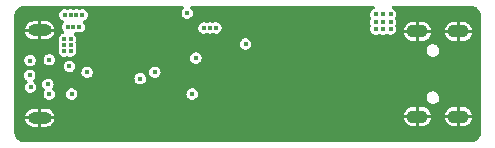
<source format=gbr>
%TF.GenerationSoftware,KiCad,Pcbnew,(6.0.0-rc1-461-ge5d6ec836f)*%
%TF.CreationDate,2022-01-23T00:53:45+08:00*%
%TF.ProjectId,usb_adapter,7573625f-6164-4617-9074-65722e6b6963,rev?*%
%TF.SameCoordinates,Original*%
%TF.FileFunction,Copper,L2,Inr*%
%TF.FilePolarity,Positive*%
%FSLAX46Y46*%
G04 Gerber Fmt 4.6, Leading zero omitted, Abs format (unit mm)*
G04 Created by KiCad (PCBNEW (6.0.0-rc1-461-ge5d6ec836f)) date 2022-01-23 00:53:45*
%MOMM*%
%LPD*%
G01*
G04 APERTURE LIST*
%TA.AperFunction,ComponentPad*%
%ADD10O,2.000000X1.000000*%
%TD*%
%TA.AperFunction,ComponentPad*%
%ADD11O,1.800000X1.100000*%
%TD*%
%TA.AperFunction,ViaPad*%
%ADD12C,0.450000*%
%TD*%
G04 APERTURE END LIST*
D10*
%TO.N,GND*%
%TO.C,P1*%
X101395000Y-88800000D03*
X101395000Y-96200000D03*
%TD*%
D11*
%TO.N,GND*%
%TO.C,J2*%
X136840000Y-88905000D03*
X133370000Y-88905000D03*
X136840000Y-96105000D03*
X133370000Y-96105000D03*
%TD*%
D12*
%TO.N,/VBUS*%
X116300000Y-88600000D03*
X129850000Y-88100000D03*
X103500000Y-87500000D03*
X115300000Y-88600000D03*
X131100000Y-88700000D03*
X130450000Y-88700000D03*
X131100000Y-87450000D03*
X129850000Y-88700000D03*
X104250000Y-88500000D03*
X104750000Y-88500000D03*
X129850000Y-87450000D03*
X115800000Y-88600000D03*
X103750000Y-88500000D03*
X131100000Y-88100000D03*
X105000000Y-87500000D03*
X130450000Y-87450000D03*
X130450000Y-88100000D03*
X104000000Y-87500000D03*
X104500000Y-87500000D03*
%TO.N,GND*%
X132950000Y-87500000D03*
X133550000Y-87500000D03*
X109000000Y-90112500D03*
X107500000Y-93400000D03*
X121750000Y-89750000D03*
X114500000Y-93500000D03*
X132350000Y-87500000D03*
X113900000Y-93500000D03*
X112750000Y-90050000D03*
X138100000Y-90100000D03*
X126300000Y-90100000D03*
X113300000Y-92900000D03*
X108100000Y-92300000D03*
X123250000Y-91250000D03*
X106900000Y-93400000D03*
X135800000Y-90100000D03*
X113900000Y-92900000D03*
X108700000Y-92300000D03*
X108100000Y-93400000D03*
X122500000Y-89750000D03*
X114500000Y-92900000D03*
X108700000Y-93400000D03*
X137350000Y-90900000D03*
X123250000Y-89750000D03*
X136550000Y-90100000D03*
X106900000Y-92300000D03*
X135800000Y-90900000D03*
X113300000Y-93500000D03*
X133550000Y-90300000D03*
X124000000Y-89750000D03*
X112700000Y-92900000D03*
X132350000Y-90300000D03*
X121750000Y-91250000D03*
X122500000Y-91250000D03*
X132950000Y-90300000D03*
X138100000Y-90900000D03*
X137350000Y-90100000D03*
X136550000Y-90900000D03*
X112700000Y-93500000D03*
X124000000Y-91250000D03*
X107500000Y-92300000D03*
%TO.N,+1V8*%
X105400000Y-92350000D03*
%TO.N,+3V3*%
X111137500Y-92350000D03*
%TO.N,/TX_1V8*%
X109900000Y-92900000D03*
%TO.N,/RX_1V8*%
X100550000Y-92630000D03*
X103900000Y-91850000D03*
%TO.N,/TX_3V3*%
X114620000Y-91150000D03*
%TO.N,/RX_3V3*%
X113880000Y-87340000D03*
%TO.N,/CC*%
X104100000Y-94200000D03*
X114300000Y-94200000D03*
X102090000Y-93370000D03*
X118825000Y-89960000D03*
%TO.N,Net-(JP1-Pad1)*%
X102200000Y-94200000D03*
X104000000Y-90575000D03*
X102200000Y-91300000D03*
X104000000Y-89550000D03*
X100570000Y-91370000D03*
X103475000Y-89550000D03*
X103475000Y-90075000D03*
X104000000Y-90075000D03*
X103475000Y-90575000D03*
X100620000Y-93620000D03*
%TD*%
%TA.AperFunction,Conductor*%
%TO.N,GND*%
G36*
X113548734Y-86774002D02*
G01*
X113595227Y-86827658D01*
X113605331Y-86897932D01*
X113575837Y-86962512D01*
X113569209Y-86969082D01*
X113566031Y-86971087D01*
X113475109Y-87074036D01*
X113471295Y-87082159D01*
X113471294Y-87082161D01*
X113446509Y-87134951D01*
X113416736Y-87198366D01*
X113412230Y-87227308D01*
X113396986Y-87325209D01*
X113396986Y-87325213D01*
X113395605Y-87334082D01*
X113396769Y-87342984D01*
X113396769Y-87342987D01*
X113398270Y-87354462D01*
X113413414Y-87470273D01*
X113468732Y-87595992D01*
X113474510Y-87602865D01*
X113474510Y-87602866D01*
X113511846Y-87647283D01*
X113557111Y-87701132D01*
X113671447Y-87777240D01*
X113802549Y-87818199D01*
X113939876Y-87820716D01*
X113949109Y-87818199D01*
X114063727Y-87786951D01*
X114072391Y-87784589D01*
X114189439Y-87712721D01*
X114256682Y-87638432D01*
X114275584Y-87617550D01*
X114275585Y-87617549D01*
X114281612Y-87610890D01*
X114292464Y-87588493D01*
X114337585Y-87495362D01*
X114337585Y-87495361D01*
X114341499Y-87487283D01*
X114364286Y-87351836D01*
X114364431Y-87340000D01*
X114363584Y-87334082D01*
X114346232Y-87212923D01*
X114346232Y-87212921D01*
X114344959Y-87204036D01*
X114288110Y-87079003D01*
X114198453Y-86974951D01*
X114195151Y-86972811D01*
X114158331Y-86915096D01*
X114158566Y-86844100D01*
X114197148Y-86784502D01*
X114261827Y-86755224D01*
X114279344Y-86754000D01*
X129640821Y-86754000D01*
X129708942Y-86774002D01*
X129755435Y-86827658D01*
X129765539Y-86897932D01*
X129736045Y-86962512D01*
X129675445Y-87001149D01*
X129660822Y-87005328D01*
X129660819Y-87005329D01*
X129652192Y-87007795D01*
X129644605Y-87012582D01*
X129644603Y-87012583D01*
X129593568Y-87044784D01*
X129536031Y-87081087D01*
X129445109Y-87184036D01*
X129441295Y-87192159D01*
X129441294Y-87192161D01*
X129425223Y-87226392D01*
X129386736Y-87308366D01*
X129379221Y-87356633D01*
X129366986Y-87435209D01*
X129366986Y-87435213D01*
X129365605Y-87444082D01*
X129366769Y-87452984D01*
X129366769Y-87452987D01*
X129372917Y-87500000D01*
X129383414Y-87580273D01*
X129396886Y-87610890D01*
X129409032Y-87638493D01*
X129438732Y-87705992D01*
X129442175Y-87710088D01*
X129460703Y-87776732D01*
X129443363Y-87833216D01*
X129445109Y-87834036D01*
X129386736Y-87958366D01*
X129383648Y-87978199D01*
X129366986Y-88085209D01*
X129366986Y-88085213D01*
X129365605Y-88094082D01*
X129366769Y-88102984D01*
X129366769Y-88102987D01*
X129369126Y-88121009D01*
X129383414Y-88230273D01*
X129436471Y-88350854D01*
X129445599Y-88421260D01*
X129435197Y-88455147D01*
X129386736Y-88558366D01*
X129380254Y-88600000D01*
X129366986Y-88685209D01*
X129366986Y-88685213D01*
X129365605Y-88694082D01*
X129366769Y-88702984D01*
X129366769Y-88702987D01*
X129371404Y-88738432D01*
X129383414Y-88830273D01*
X129411073Y-88893133D01*
X129433715Y-88944589D01*
X129438732Y-88955992D01*
X129444510Y-88962865D01*
X129444510Y-88962866D01*
X129507553Y-89037865D01*
X129527111Y-89061132D01*
X129641447Y-89137240D01*
X129772549Y-89178199D01*
X129909876Y-89180716D01*
X129919109Y-89178199D01*
X130033727Y-89146951D01*
X130042391Y-89144589D01*
X130054360Y-89137240D01*
X130083011Y-89119649D01*
X130151528Y-89101051D01*
X130218757Y-89122136D01*
X130241447Y-89137240D01*
X130372549Y-89178199D01*
X130509876Y-89180716D01*
X130519109Y-89178199D01*
X130633727Y-89146951D01*
X130642391Y-89144589D01*
X130709019Y-89103679D01*
X130777536Y-89085081D01*
X130844766Y-89106167D01*
X130891447Y-89137240D01*
X131022549Y-89178199D01*
X131159876Y-89180716D01*
X131169109Y-89178199D01*
X131283727Y-89146951D01*
X131292391Y-89144589D01*
X131400920Y-89077952D01*
X131401791Y-89077417D01*
X131409439Y-89072721D01*
X131431093Y-89048798D01*
X132226640Y-89048798D01*
X132229051Y-89071735D01*
X132232056Y-89085406D01*
X132285646Y-89242825D01*
X132291607Y-89255491D01*
X132378740Y-89397124D01*
X132387360Y-89408158D01*
X132503701Y-89526961D01*
X132514560Y-89535818D01*
X132654324Y-89625889D01*
X132666877Y-89632121D01*
X132823127Y-89688991D01*
X132836742Y-89692284D01*
X132965130Y-89708503D01*
X132973020Y-89709000D01*
X133224885Y-89709000D01*
X133240124Y-89704525D01*
X133241329Y-89703135D01*
X133243000Y-89695452D01*
X133243000Y-89690885D01*
X133497000Y-89690885D01*
X133501475Y-89706124D01*
X133502865Y-89707329D01*
X133510548Y-89709000D01*
X133761828Y-89709000D01*
X133768852Y-89708607D01*
X133892253Y-89694766D01*
X133905906Y-89691664D01*
X134062938Y-89636979D01*
X134075571Y-89630926D01*
X134216589Y-89542809D01*
X134227561Y-89534112D01*
X134345555Y-89416940D01*
X134354327Y-89406029D01*
X134443425Y-89265634D01*
X134449568Y-89253038D01*
X134505348Y-89096391D01*
X134508544Y-89082765D01*
X134512452Y-89049989D01*
X134512251Y-89048798D01*
X135696640Y-89048798D01*
X135699051Y-89071735D01*
X135702056Y-89085406D01*
X135755646Y-89242825D01*
X135761607Y-89255491D01*
X135848740Y-89397124D01*
X135857360Y-89408158D01*
X135973701Y-89526961D01*
X135984560Y-89535818D01*
X136124324Y-89625889D01*
X136136877Y-89632121D01*
X136293127Y-89688991D01*
X136306742Y-89692284D01*
X136435130Y-89708503D01*
X136443020Y-89709000D01*
X136694885Y-89709000D01*
X136710124Y-89704525D01*
X136711329Y-89703135D01*
X136713000Y-89695452D01*
X136713000Y-89690885D01*
X136967000Y-89690885D01*
X136971475Y-89706124D01*
X136972865Y-89707329D01*
X136980548Y-89709000D01*
X137231828Y-89709000D01*
X137238852Y-89708607D01*
X137362253Y-89694766D01*
X137375906Y-89691664D01*
X137532938Y-89636979D01*
X137545571Y-89630926D01*
X137686589Y-89542809D01*
X137697561Y-89534112D01*
X137815555Y-89416940D01*
X137824327Y-89406029D01*
X137913425Y-89265634D01*
X137919568Y-89253038D01*
X137975348Y-89096391D01*
X137978544Y-89082765D01*
X137982452Y-89049989D01*
X137980025Y-89035582D01*
X137967257Y-89032000D01*
X136985115Y-89032000D01*
X136969876Y-89036475D01*
X136968671Y-89037865D01*
X136967000Y-89045548D01*
X136967000Y-89690885D01*
X136713000Y-89690885D01*
X136713000Y-89050115D01*
X136708525Y-89034876D01*
X136707135Y-89033671D01*
X136699452Y-89032000D01*
X135712990Y-89032000D01*
X135698698Y-89036197D01*
X135696640Y-89048798D01*
X134512251Y-89048798D01*
X134510025Y-89035582D01*
X134497257Y-89032000D01*
X133515115Y-89032000D01*
X133499876Y-89036475D01*
X133498671Y-89037865D01*
X133497000Y-89045548D01*
X133497000Y-89690885D01*
X133243000Y-89690885D01*
X133243000Y-89050115D01*
X133238525Y-89034876D01*
X133237135Y-89033671D01*
X133229452Y-89032000D01*
X132242990Y-89032000D01*
X132228698Y-89036197D01*
X132226640Y-89048798D01*
X131431093Y-89048798D01*
X131439132Y-89039917D01*
X131495584Y-88977550D01*
X131495585Y-88977549D01*
X131501612Y-88970890D01*
X131513211Y-88946951D01*
X131557585Y-88855362D01*
X131557585Y-88855361D01*
X131561499Y-88847283D01*
X131576181Y-88760011D01*
X132227548Y-88760011D01*
X132229975Y-88774418D01*
X132242743Y-88778000D01*
X133224885Y-88778000D01*
X133240124Y-88773525D01*
X133241329Y-88772135D01*
X133243000Y-88764452D01*
X133243000Y-88759885D01*
X133497000Y-88759885D01*
X133501475Y-88775124D01*
X133502865Y-88776329D01*
X133510548Y-88778000D01*
X134497010Y-88778000D01*
X134511302Y-88773803D01*
X134513360Y-88761202D01*
X134513235Y-88760011D01*
X135697548Y-88760011D01*
X135699975Y-88774418D01*
X135712743Y-88778000D01*
X136694885Y-88778000D01*
X136710124Y-88773525D01*
X136711329Y-88772135D01*
X136713000Y-88764452D01*
X136713000Y-88759885D01*
X136967000Y-88759885D01*
X136971475Y-88775124D01*
X136972865Y-88776329D01*
X136980548Y-88778000D01*
X137967010Y-88778000D01*
X137981302Y-88773803D01*
X137983360Y-88761202D01*
X137980949Y-88738265D01*
X137977944Y-88724594D01*
X137924354Y-88567175D01*
X137918393Y-88554509D01*
X137831260Y-88412876D01*
X137822640Y-88401842D01*
X137706299Y-88283039D01*
X137695440Y-88274182D01*
X137555676Y-88184111D01*
X137543123Y-88177879D01*
X137386873Y-88121009D01*
X137373258Y-88117716D01*
X137244870Y-88101497D01*
X137236980Y-88101000D01*
X136985115Y-88101000D01*
X136969876Y-88105475D01*
X136968671Y-88106865D01*
X136967000Y-88114548D01*
X136967000Y-88759885D01*
X136713000Y-88759885D01*
X136713000Y-88119115D01*
X136708525Y-88103876D01*
X136707135Y-88102671D01*
X136699452Y-88101000D01*
X136448172Y-88101000D01*
X136441148Y-88101393D01*
X136317747Y-88115234D01*
X136304094Y-88118336D01*
X136147062Y-88173021D01*
X136134429Y-88179074D01*
X135993411Y-88267191D01*
X135982439Y-88275888D01*
X135864445Y-88393060D01*
X135855673Y-88403971D01*
X135766575Y-88544366D01*
X135760432Y-88556962D01*
X135704652Y-88713609D01*
X135701456Y-88727235D01*
X135697548Y-88760011D01*
X134513235Y-88760011D01*
X134510949Y-88738265D01*
X134507944Y-88724594D01*
X134454354Y-88567175D01*
X134448393Y-88554509D01*
X134361260Y-88412876D01*
X134352640Y-88401842D01*
X134236299Y-88283039D01*
X134225440Y-88274182D01*
X134085676Y-88184111D01*
X134073123Y-88177879D01*
X133916873Y-88121009D01*
X133903258Y-88117716D01*
X133774870Y-88101497D01*
X133766980Y-88101000D01*
X133515115Y-88101000D01*
X133499876Y-88105475D01*
X133498671Y-88106865D01*
X133497000Y-88114548D01*
X133497000Y-88759885D01*
X133243000Y-88759885D01*
X133243000Y-88119115D01*
X133238525Y-88103876D01*
X133237135Y-88102671D01*
X133229452Y-88101000D01*
X132978172Y-88101000D01*
X132971148Y-88101393D01*
X132847747Y-88115234D01*
X132834094Y-88118336D01*
X132677062Y-88173021D01*
X132664429Y-88179074D01*
X132523411Y-88267191D01*
X132512439Y-88275888D01*
X132394445Y-88393060D01*
X132385673Y-88403971D01*
X132296575Y-88544366D01*
X132290432Y-88556962D01*
X132234652Y-88713609D01*
X132231456Y-88727235D01*
X132227548Y-88760011D01*
X131576181Y-88760011D01*
X131584286Y-88711836D01*
X131584431Y-88700000D01*
X131583584Y-88694082D01*
X131566232Y-88572923D01*
X131566232Y-88572921D01*
X131564959Y-88564036D01*
X131513472Y-88450795D01*
X131503486Y-88380507D01*
X131514779Y-88343713D01*
X131561499Y-88247283D01*
X131581047Y-88131087D01*
X131583479Y-88116633D01*
X131584286Y-88111836D01*
X131584431Y-88100000D01*
X131583584Y-88094082D01*
X131566232Y-87972923D01*
X131566232Y-87972921D01*
X131564959Y-87964036D01*
X131557191Y-87946950D01*
X131511825Y-87847174D01*
X131508110Y-87839003D01*
X131507953Y-87838821D01*
X131489330Y-87774879D01*
X131501938Y-87720217D01*
X131557585Y-87605362D01*
X131557585Y-87605361D01*
X131561499Y-87597283D01*
X131582867Y-87470273D01*
X131583479Y-87466633D01*
X131584286Y-87461836D01*
X131584431Y-87450000D01*
X131583584Y-87444082D01*
X131566232Y-87322923D01*
X131566232Y-87322921D01*
X131564959Y-87314036D01*
X131508110Y-87189003D01*
X131418453Y-87084951D01*
X131303196Y-87010244D01*
X131286758Y-87005328D01*
X131271340Y-87000717D01*
X131211806Y-86962036D01*
X131182636Y-86897309D01*
X131193090Y-86827086D01*
X131239850Y-86773663D01*
X131307441Y-86754000D01*
X137962575Y-86754000D01*
X137987153Y-86756421D01*
X138000000Y-86758976D01*
X138012172Y-86756555D01*
X138019754Y-86756555D01*
X138032104Y-86757162D01*
X138133188Y-86767118D01*
X138157408Y-86771935D01*
X138273617Y-86807187D01*
X138296418Y-86816631D01*
X138403517Y-86873876D01*
X138424046Y-86887593D01*
X138436477Y-86897795D01*
X138517909Y-86964626D01*
X138535374Y-86982091D01*
X138586826Y-87044784D01*
X138606751Y-87069062D01*
X138612406Y-87075953D01*
X138626124Y-87096483D01*
X138683369Y-87203582D01*
X138692813Y-87226383D01*
X138728065Y-87342592D01*
X138732882Y-87366812D01*
X138742838Y-87467896D01*
X138743445Y-87480246D01*
X138743445Y-87487828D01*
X138741024Y-87500000D01*
X138743445Y-87512170D01*
X138743579Y-87512844D01*
X138746000Y-87537425D01*
X138746000Y-97462568D01*
X138743579Y-97487148D01*
X138741023Y-97499999D01*
X138743444Y-97512171D01*
X138743444Y-97519753D01*
X138742837Y-97532103D01*
X138732881Y-97633187D01*
X138728064Y-97657407D01*
X138692812Y-97773616D01*
X138683368Y-97796417D01*
X138626123Y-97903516D01*
X138612405Y-97924046D01*
X138535373Y-98017908D01*
X138517908Y-98035373D01*
X138424046Y-98112405D01*
X138403516Y-98126123D01*
X138296417Y-98183368D01*
X138273616Y-98192812D01*
X138157407Y-98228064D01*
X138133187Y-98232881D01*
X138032103Y-98242837D01*
X138019753Y-98243444D01*
X138012171Y-98243444D01*
X137999999Y-98241023D01*
X137987149Y-98243579D01*
X137962568Y-98246000D01*
X100037425Y-98246000D01*
X100012847Y-98243579D01*
X100000000Y-98241024D01*
X99987828Y-98243445D01*
X99980246Y-98243445D01*
X99967896Y-98242838D01*
X99866812Y-98232882D01*
X99842592Y-98228065D01*
X99726383Y-98192813D01*
X99703582Y-98183369D01*
X99596483Y-98126124D01*
X99575953Y-98112406D01*
X99482091Y-98035374D01*
X99464626Y-98017909D01*
X99387594Y-97924047D01*
X99373876Y-97903517D01*
X99316631Y-97796418D01*
X99307187Y-97773617D01*
X99271935Y-97657408D01*
X99267118Y-97633188D01*
X99257162Y-97532104D01*
X99256555Y-97519754D01*
X99256555Y-97512172D01*
X99258976Y-97500000D01*
X99256420Y-97487149D01*
X99254000Y-97462575D01*
X99254000Y-96345722D01*
X100154963Y-96345722D01*
X100165513Y-96407119D01*
X100169619Y-96421070D01*
X100232729Y-96569387D01*
X100239929Y-96582012D01*
X100335467Y-96711833D01*
X100345381Y-96722464D01*
X100468225Y-96826828D01*
X100480313Y-96834890D01*
X100623871Y-96908195D01*
X100637496Y-96913262D01*
X100795716Y-96951977D01*
X100806775Y-96953660D01*
X100810321Y-96953880D01*
X100814199Y-96954000D01*
X101249885Y-96954000D01*
X101265124Y-96949525D01*
X101266329Y-96948135D01*
X101268000Y-96940452D01*
X101268000Y-96935885D01*
X101522000Y-96935885D01*
X101526475Y-96951124D01*
X101527865Y-96952329D01*
X101535548Y-96954000D01*
X101935363Y-96954000D01*
X101942667Y-96953575D01*
X102062366Y-96939620D01*
X102076519Y-96936275D01*
X102228030Y-96881279D01*
X102241029Y-96874769D01*
X102375826Y-96786392D01*
X102386978Y-96777068D01*
X102497828Y-96660053D01*
X102506540Y-96648408D01*
X102587494Y-96509035D01*
X102593292Y-96495700D01*
X102640014Y-96341433D01*
X102640292Y-96339887D01*
X102637982Y-96329730D01*
X102627073Y-96327000D01*
X101540115Y-96327000D01*
X101524876Y-96331475D01*
X101523671Y-96332865D01*
X101522000Y-96340548D01*
X101522000Y-96935885D01*
X101268000Y-96935885D01*
X101268000Y-96345115D01*
X101263525Y-96329876D01*
X101262135Y-96328671D01*
X101254452Y-96327000D01*
X100169861Y-96327000D01*
X100156899Y-96330806D01*
X100154963Y-96345722D01*
X99254000Y-96345722D01*
X99254000Y-96248798D01*
X132226640Y-96248798D01*
X132229051Y-96271735D01*
X132232056Y-96285406D01*
X132285646Y-96442825D01*
X132291607Y-96455491D01*
X132378740Y-96597124D01*
X132387360Y-96608158D01*
X132503701Y-96726961D01*
X132514560Y-96735818D01*
X132654324Y-96825889D01*
X132666877Y-96832121D01*
X132823127Y-96888991D01*
X132836742Y-96892284D01*
X132965130Y-96908503D01*
X132973020Y-96909000D01*
X133224885Y-96909000D01*
X133240124Y-96904525D01*
X133241329Y-96903135D01*
X133243000Y-96895452D01*
X133243000Y-96890885D01*
X133497000Y-96890885D01*
X133501475Y-96906124D01*
X133502865Y-96907329D01*
X133510548Y-96909000D01*
X133761828Y-96909000D01*
X133768852Y-96908607D01*
X133892253Y-96894766D01*
X133905906Y-96891664D01*
X134062938Y-96836979D01*
X134075571Y-96830926D01*
X134216589Y-96742809D01*
X134227561Y-96734112D01*
X134345555Y-96616940D01*
X134354327Y-96606029D01*
X134443425Y-96465634D01*
X134449568Y-96453038D01*
X134505348Y-96296391D01*
X134508544Y-96282765D01*
X134512452Y-96249989D01*
X134512251Y-96248798D01*
X135696640Y-96248798D01*
X135699051Y-96271735D01*
X135702056Y-96285406D01*
X135755646Y-96442825D01*
X135761607Y-96455491D01*
X135848740Y-96597124D01*
X135857360Y-96608158D01*
X135973701Y-96726961D01*
X135984560Y-96735818D01*
X136124324Y-96825889D01*
X136136877Y-96832121D01*
X136293127Y-96888991D01*
X136306742Y-96892284D01*
X136435130Y-96908503D01*
X136443020Y-96909000D01*
X136694885Y-96909000D01*
X136710124Y-96904525D01*
X136711329Y-96903135D01*
X136713000Y-96895452D01*
X136713000Y-96890885D01*
X136967000Y-96890885D01*
X136971475Y-96906124D01*
X136972865Y-96907329D01*
X136980548Y-96909000D01*
X137231828Y-96909000D01*
X137238852Y-96908607D01*
X137362253Y-96894766D01*
X137375906Y-96891664D01*
X137532938Y-96836979D01*
X137545571Y-96830926D01*
X137686589Y-96742809D01*
X137697561Y-96734112D01*
X137815555Y-96616940D01*
X137824327Y-96606029D01*
X137913425Y-96465634D01*
X137919568Y-96453038D01*
X137975348Y-96296391D01*
X137978544Y-96282765D01*
X137982452Y-96249989D01*
X137980025Y-96235582D01*
X137967257Y-96232000D01*
X136985115Y-96232000D01*
X136969876Y-96236475D01*
X136968671Y-96237865D01*
X136967000Y-96245548D01*
X136967000Y-96890885D01*
X136713000Y-96890885D01*
X136713000Y-96250115D01*
X136708525Y-96234876D01*
X136707135Y-96233671D01*
X136699452Y-96232000D01*
X135712990Y-96232000D01*
X135698698Y-96236197D01*
X135696640Y-96248798D01*
X134512251Y-96248798D01*
X134510025Y-96235582D01*
X134497257Y-96232000D01*
X133515115Y-96232000D01*
X133499876Y-96236475D01*
X133498671Y-96237865D01*
X133497000Y-96245548D01*
X133497000Y-96890885D01*
X133243000Y-96890885D01*
X133243000Y-96250115D01*
X133238525Y-96234876D01*
X133237135Y-96233671D01*
X133229452Y-96232000D01*
X132242990Y-96232000D01*
X132228698Y-96236197D01*
X132226640Y-96248798D01*
X99254000Y-96248798D01*
X99254000Y-96060113D01*
X100149708Y-96060113D01*
X100152018Y-96070270D01*
X100162927Y-96073000D01*
X101249885Y-96073000D01*
X101265124Y-96068525D01*
X101266329Y-96067135D01*
X101268000Y-96059452D01*
X101268000Y-96054885D01*
X101522000Y-96054885D01*
X101526475Y-96070124D01*
X101527865Y-96071329D01*
X101535548Y-96073000D01*
X102620139Y-96073000D01*
X102633101Y-96069194D01*
X102635037Y-96054278D01*
X102624487Y-95992881D01*
X102620381Y-95978930D01*
X102612331Y-95960011D01*
X132227548Y-95960011D01*
X132229975Y-95974418D01*
X132242743Y-95978000D01*
X133224885Y-95978000D01*
X133240124Y-95973525D01*
X133241329Y-95972135D01*
X133243000Y-95964452D01*
X133243000Y-95959885D01*
X133497000Y-95959885D01*
X133501475Y-95975124D01*
X133502865Y-95976329D01*
X133510548Y-95978000D01*
X134497010Y-95978000D01*
X134511302Y-95973803D01*
X134513360Y-95961202D01*
X134513235Y-95960011D01*
X135697548Y-95960011D01*
X135699975Y-95974418D01*
X135712743Y-95978000D01*
X136694885Y-95978000D01*
X136710124Y-95973525D01*
X136711329Y-95972135D01*
X136713000Y-95964452D01*
X136713000Y-95959885D01*
X136967000Y-95959885D01*
X136971475Y-95975124D01*
X136972865Y-95976329D01*
X136980548Y-95978000D01*
X137967010Y-95978000D01*
X137981302Y-95973803D01*
X137983360Y-95961202D01*
X137980949Y-95938265D01*
X137977944Y-95924594D01*
X137924354Y-95767175D01*
X137918393Y-95754509D01*
X137831260Y-95612876D01*
X137822640Y-95601842D01*
X137706299Y-95483039D01*
X137695440Y-95474182D01*
X137555676Y-95384111D01*
X137543123Y-95377879D01*
X137386873Y-95321009D01*
X137373258Y-95317716D01*
X137244870Y-95301497D01*
X137236980Y-95301000D01*
X136985115Y-95301000D01*
X136969876Y-95305475D01*
X136968671Y-95306865D01*
X136967000Y-95314548D01*
X136967000Y-95959885D01*
X136713000Y-95959885D01*
X136713000Y-95319115D01*
X136708525Y-95303876D01*
X136707135Y-95302671D01*
X136699452Y-95301000D01*
X136448172Y-95301000D01*
X136441148Y-95301393D01*
X136317747Y-95315234D01*
X136304094Y-95318336D01*
X136147062Y-95373021D01*
X136134429Y-95379074D01*
X135993411Y-95467191D01*
X135982439Y-95475888D01*
X135864445Y-95593060D01*
X135855673Y-95603971D01*
X135766575Y-95744366D01*
X135760432Y-95756962D01*
X135704652Y-95913609D01*
X135701456Y-95927235D01*
X135697548Y-95960011D01*
X134513235Y-95960011D01*
X134510949Y-95938265D01*
X134507944Y-95924594D01*
X134454354Y-95767175D01*
X134448393Y-95754509D01*
X134361260Y-95612876D01*
X134352640Y-95601842D01*
X134236299Y-95483039D01*
X134225440Y-95474182D01*
X134085676Y-95384111D01*
X134073123Y-95377879D01*
X133916873Y-95321009D01*
X133903258Y-95317716D01*
X133774870Y-95301497D01*
X133766980Y-95301000D01*
X133515115Y-95301000D01*
X133499876Y-95305475D01*
X133498671Y-95306865D01*
X133497000Y-95314548D01*
X133497000Y-95959885D01*
X133243000Y-95959885D01*
X133243000Y-95319115D01*
X133238525Y-95303876D01*
X133237135Y-95302671D01*
X133229452Y-95301000D01*
X132978172Y-95301000D01*
X132971148Y-95301393D01*
X132847747Y-95315234D01*
X132834094Y-95318336D01*
X132677062Y-95373021D01*
X132664429Y-95379074D01*
X132523411Y-95467191D01*
X132512439Y-95475888D01*
X132394445Y-95593060D01*
X132385673Y-95603971D01*
X132296575Y-95744366D01*
X132290432Y-95756962D01*
X132234652Y-95913609D01*
X132231456Y-95927235D01*
X132227548Y-95960011D01*
X102612331Y-95960011D01*
X102557271Y-95830613D01*
X102550071Y-95817988D01*
X102454533Y-95688167D01*
X102444619Y-95677536D01*
X102321775Y-95573172D01*
X102309687Y-95565110D01*
X102166129Y-95491805D01*
X102152504Y-95486738D01*
X101994284Y-95448023D01*
X101983225Y-95446340D01*
X101979679Y-95446120D01*
X101975801Y-95446000D01*
X101540115Y-95446000D01*
X101524876Y-95450475D01*
X101523671Y-95451865D01*
X101522000Y-95459548D01*
X101522000Y-96054885D01*
X101268000Y-96054885D01*
X101268000Y-95464115D01*
X101263525Y-95448876D01*
X101262135Y-95447671D01*
X101254452Y-95446000D01*
X100854637Y-95446000D01*
X100847333Y-95446425D01*
X100727634Y-95460380D01*
X100713481Y-95463725D01*
X100561970Y-95518721D01*
X100548971Y-95525231D01*
X100414174Y-95613608D01*
X100403022Y-95622932D01*
X100292172Y-95739947D01*
X100283460Y-95751592D01*
X100202506Y-95890965D01*
X100196708Y-95904300D01*
X100149986Y-96058567D01*
X100149708Y-96060113D01*
X99254000Y-96060113D01*
X99254000Y-92624082D01*
X100065605Y-92624082D01*
X100066769Y-92632984D01*
X100066769Y-92632987D01*
X100067969Y-92642161D01*
X100083414Y-92760273D01*
X100138732Y-92885992D01*
X100144510Y-92892865D01*
X100144510Y-92892866D01*
X100180032Y-92935125D01*
X100227111Y-92991132D01*
X100304826Y-93042863D01*
X100350448Y-93097260D01*
X100359420Y-93167687D01*
X100328891Y-93231785D01*
X100316669Y-93243705D01*
X100313626Y-93246295D01*
X100306031Y-93251087D01*
X100215109Y-93354036D01*
X100211295Y-93362159D01*
X100211294Y-93362161D01*
X100203687Y-93378363D01*
X100156736Y-93478366D01*
X100153325Y-93500273D01*
X100136986Y-93605209D01*
X100136986Y-93605213D01*
X100135605Y-93614082D01*
X100136769Y-93622984D01*
X100136769Y-93622987D01*
X100140954Y-93654986D01*
X100153414Y-93750273D01*
X100208732Y-93875992D01*
X100214510Y-93882865D01*
X100214510Y-93882866D01*
X100268569Y-93947177D01*
X100297111Y-93981132D01*
X100304588Y-93986109D01*
X100400936Y-94050243D01*
X100411447Y-94057240D01*
X100507630Y-94087290D01*
X100526478Y-94093178D01*
X100542549Y-94098199D01*
X100679876Y-94100716D01*
X100689109Y-94098199D01*
X100803727Y-94066951D01*
X100812391Y-94064589D01*
X100929439Y-93992721D01*
X100942676Y-93978097D01*
X101015584Y-93897550D01*
X101015585Y-93897549D01*
X101021612Y-93890890D01*
X101050587Y-93831087D01*
X101077585Y-93775362D01*
X101077585Y-93775361D01*
X101081499Y-93767283D01*
X101104286Y-93631836D01*
X101104431Y-93620000D01*
X101103584Y-93614082D01*
X101086232Y-93492923D01*
X101086232Y-93492921D01*
X101084959Y-93484036D01*
X101030419Y-93364082D01*
X101605605Y-93364082D01*
X101606769Y-93372984D01*
X101606769Y-93372987D01*
X101608554Y-93386633D01*
X101623414Y-93500273D01*
X101678732Y-93625992D01*
X101684510Y-93632865D01*
X101684510Y-93632866D01*
X101761331Y-93724256D01*
X101767111Y-93731132D01*
X101777363Y-93737956D01*
X101779489Y-93740491D01*
X101781276Y-93742089D01*
X101781045Y-93742347D01*
X101822985Y-93792351D01*
X101831957Y-93862778D01*
X101805252Y-93919329D01*
X101805979Y-93919806D01*
X101802592Y-93924962D01*
X101801982Y-93926254D01*
X101795109Y-93934036D01*
X101791295Y-93942159D01*
X101791294Y-93942161D01*
X101775562Y-93975669D01*
X101736736Y-94058366D01*
X101730332Y-94099496D01*
X101716986Y-94185209D01*
X101716986Y-94185213D01*
X101715605Y-94194082D01*
X101716769Y-94202984D01*
X101716769Y-94202987D01*
X101718554Y-94216633D01*
X101733414Y-94330273D01*
X101788732Y-94455992D01*
X101877111Y-94561132D01*
X101991447Y-94637240D01*
X102122549Y-94678199D01*
X102259876Y-94680716D01*
X102269109Y-94678199D01*
X102383727Y-94646951D01*
X102392391Y-94644589D01*
X102509439Y-94572721D01*
X102548111Y-94529997D01*
X102595584Y-94477550D01*
X102595585Y-94477549D01*
X102601612Y-94470890D01*
X102661499Y-94347283D01*
X102684286Y-94211836D01*
X102684431Y-94200000D01*
X102683584Y-94194082D01*
X103615605Y-94194082D01*
X103616769Y-94202984D01*
X103616769Y-94202987D01*
X103618554Y-94216633D01*
X103633414Y-94330273D01*
X103688732Y-94455992D01*
X103777111Y-94561132D01*
X103891447Y-94637240D01*
X104022549Y-94678199D01*
X104159876Y-94680716D01*
X104169109Y-94678199D01*
X104283727Y-94646951D01*
X104292391Y-94644589D01*
X104409439Y-94572721D01*
X104448111Y-94529997D01*
X104495584Y-94477550D01*
X104495585Y-94477549D01*
X104501612Y-94470890D01*
X104561499Y-94347283D01*
X104584286Y-94211836D01*
X104584431Y-94200000D01*
X104583584Y-94194082D01*
X113815605Y-94194082D01*
X113816769Y-94202984D01*
X113816769Y-94202987D01*
X113818554Y-94216633D01*
X113833414Y-94330273D01*
X113888732Y-94455992D01*
X113977111Y-94561132D01*
X114091447Y-94637240D01*
X114222549Y-94678199D01*
X114359876Y-94680716D01*
X114369109Y-94678199D01*
X114483727Y-94646951D01*
X114492391Y-94644589D01*
X114609439Y-94572721D01*
X114640360Y-94538560D01*
X134156577Y-94538560D01*
X134185252Y-94680772D01*
X134189152Y-94688426D01*
X134247214Y-94802381D01*
X134247216Y-94802384D01*
X134251114Y-94810034D01*
X134349311Y-94916822D01*
X134472608Y-94993270D01*
X134480855Y-94995666D01*
X134605584Y-95031903D01*
X134605587Y-95031904D01*
X134611922Y-95033744D01*
X134619152Y-95034275D01*
X134619911Y-95034331D01*
X134619919Y-95034331D01*
X134622216Y-95034500D01*
X134726340Y-95034500D01*
X134730585Y-95033918D01*
X134730592Y-95033918D01*
X134789014Y-95025915D01*
X134833732Y-95019789D01*
X134889477Y-94995666D01*
X134958993Y-94965584D01*
X134958996Y-94965582D01*
X134966874Y-94962173D01*
X135079618Y-94870875D01*
X135163656Y-94752622D01*
X135212798Y-94616124D01*
X135215641Y-94577417D01*
X135222794Y-94480003D01*
X135223423Y-94471440D01*
X135194748Y-94329228D01*
X135154571Y-94250376D01*
X135132786Y-94207619D01*
X135132784Y-94207616D01*
X135128886Y-94199966D01*
X135115317Y-94185209D01*
X135036499Y-94099496D01*
X135036498Y-94099495D01*
X135030689Y-94093178D01*
X134998022Y-94072923D01*
X134914692Y-94021256D01*
X134914691Y-94021255D01*
X134907392Y-94016730D01*
X134899145Y-94014334D01*
X134774416Y-93978097D01*
X134774413Y-93978096D01*
X134768078Y-93976256D01*
X134760848Y-93975725D01*
X134760089Y-93975669D01*
X134760081Y-93975669D01*
X134757784Y-93975500D01*
X134653660Y-93975500D01*
X134649415Y-93976082D01*
X134649408Y-93976082D01*
X134590986Y-93984085D01*
X134546268Y-93990211D01*
X134538384Y-93993623D01*
X134538383Y-93993623D01*
X134421007Y-94044416D01*
X134421004Y-94044418D01*
X134413126Y-94047827D01*
X134300382Y-94139125D01*
X134216344Y-94257378D01*
X134167202Y-94393876D01*
X134156577Y-94538560D01*
X114640360Y-94538560D01*
X114648111Y-94529997D01*
X114695584Y-94477550D01*
X114695585Y-94477549D01*
X114701612Y-94470890D01*
X114761499Y-94347283D01*
X114784286Y-94211836D01*
X114784431Y-94200000D01*
X114783584Y-94194082D01*
X114766232Y-94072923D01*
X114766232Y-94072921D01*
X114764959Y-94064036D01*
X114708110Y-93939003D01*
X114618453Y-93834951D01*
X114503196Y-93760244D01*
X114371603Y-93720890D01*
X114362627Y-93720835D01*
X114362626Y-93720835D01*
X114305080Y-93720484D01*
X114234255Y-93720051D01*
X114102192Y-93757795D01*
X114094605Y-93762582D01*
X114094603Y-93762583D01*
X114087154Y-93767283D01*
X113986031Y-93831087D01*
X113980088Y-93837816D01*
X113908098Y-93919329D01*
X113895109Y-93934036D01*
X113891295Y-93942159D01*
X113891294Y-93942161D01*
X113875562Y-93975669D01*
X113836736Y-94058366D01*
X113830332Y-94099496D01*
X113816986Y-94185209D01*
X113816986Y-94185213D01*
X113815605Y-94194082D01*
X104583584Y-94194082D01*
X104566232Y-94072923D01*
X104566232Y-94072921D01*
X104564959Y-94064036D01*
X104508110Y-93939003D01*
X104418453Y-93834951D01*
X104303196Y-93760244D01*
X104171603Y-93720890D01*
X104162627Y-93720835D01*
X104162626Y-93720835D01*
X104105080Y-93720484D01*
X104034255Y-93720051D01*
X103902192Y-93757795D01*
X103894605Y-93762582D01*
X103894603Y-93762583D01*
X103887154Y-93767283D01*
X103786031Y-93831087D01*
X103780088Y-93837816D01*
X103708098Y-93919329D01*
X103695109Y-93934036D01*
X103691295Y-93942159D01*
X103691294Y-93942161D01*
X103675562Y-93975669D01*
X103636736Y-94058366D01*
X103630332Y-94099496D01*
X103616986Y-94185209D01*
X103616986Y-94185213D01*
X103615605Y-94194082D01*
X102683584Y-94194082D01*
X102666232Y-94072923D01*
X102666232Y-94072921D01*
X102664959Y-94064036D01*
X102608110Y-93939003D01*
X102518453Y-93834951D01*
X102510918Y-93830067D01*
X102504156Y-93824168D01*
X102505933Y-93822131D01*
X102468782Y-93778919D01*
X102458951Y-93708606D01*
X102483382Y-93656884D01*
X102480568Y-93654986D01*
X102485584Y-93647549D01*
X102491612Y-93640890D01*
X102504073Y-93615172D01*
X102547585Y-93525362D01*
X102547585Y-93525361D01*
X102551499Y-93517283D01*
X102574286Y-93381836D01*
X102574431Y-93370000D01*
X102573584Y-93364082D01*
X102556232Y-93242923D01*
X102556232Y-93242921D01*
X102554959Y-93234036D01*
X102498110Y-93109003D01*
X102408453Y-93004951D01*
X102293196Y-92930244D01*
X102172276Y-92894082D01*
X109415605Y-92894082D01*
X109416769Y-92902984D01*
X109416769Y-92902987D01*
X109420972Y-92935125D01*
X109433414Y-93030273D01*
X109488732Y-93155992D01*
X109494510Y-93162865D01*
X109494510Y-93162866D01*
X109557021Y-93237232D01*
X109577111Y-93261132D01*
X109691447Y-93337240D01*
X109777363Y-93364082D01*
X109811897Y-93374871D01*
X109822549Y-93378199D01*
X109959876Y-93380716D01*
X109969109Y-93378199D01*
X110083727Y-93346951D01*
X110092391Y-93344589D01*
X110209439Y-93272721D01*
X110219929Y-93261132D01*
X110295584Y-93177550D01*
X110295585Y-93177549D01*
X110301612Y-93170890D01*
X110316554Y-93140051D01*
X110357585Y-93055362D01*
X110357585Y-93055361D01*
X110361499Y-93047283D01*
X110384286Y-92911836D01*
X110384431Y-92900000D01*
X110383584Y-92894082D01*
X110366232Y-92772923D01*
X110366232Y-92772921D01*
X110364959Y-92764036D01*
X110308110Y-92639003D01*
X110218453Y-92534951D01*
X110103196Y-92460244D01*
X109971603Y-92420890D01*
X109962627Y-92420835D01*
X109962626Y-92420835D01*
X109905080Y-92420484D01*
X109834255Y-92420051D01*
X109702192Y-92457795D01*
X109694605Y-92462582D01*
X109694603Y-92462583D01*
X109644753Y-92494036D01*
X109586031Y-92531087D01*
X109495109Y-92634036D01*
X109491295Y-92642159D01*
X109491294Y-92642161D01*
X109488939Y-92647177D01*
X109436736Y-92758366D01*
X109427027Y-92820724D01*
X109416986Y-92885209D01*
X109416986Y-92885213D01*
X109415605Y-92894082D01*
X102172276Y-92894082D01*
X102161603Y-92890890D01*
X102152627Y-92890835D01*
X102152626Y-92890835D01*
X102095080Y-92890484D01*
X102024255Y-92890051D01*
X101892192Y-92927795D01*
X101884605Y-92932582D01*
X101884603Y-92932583D01*
X101822850Y-92971546D01*
X101776031Y-93001087D01*
X101685109Y-93104036D01*
X101626736Y-93228366D01*
X101619830Y-93272721D01*
X101606986Y-93355209D01*
X101606986Y-93355213D01*
X101605605Y-93364082D01*
X101030419Y-93364082D01*
X101028110Y-93359003D01*
X100938453Y-93254951D01*
X100866155Y-93208089D01*
X100819873Y-93154254D01*
X100810042Y-93083941D01*
X100839786Y-93019476D01*
X100852761Y-93006821D01*
X100859439Y-93002721D01*
X100951612Y-92900890D01*
X100955669Y-92892518D01*
X101007585Y-92785362D01*
X101007585Y-92785361D01*
X101011499Y-92777283D01*
X101034286Y-92641836D01*
X101034431Y-92630000D01*
X101033584Y-92624082D01*
X101016232Y-92502923D01*
X101016232Y-92502921D01*
X101014959Y-92494036D01*
X101004653Y-92471368D01*
X100982442Y-92422518D01*
X100958110Y-92369003D01*
X100936637Y-92344082D01*
X104915605Y-92344082D01*
X104916769Y-92352984D01*
X104916769Y-92352987D01*
X104924509Y-92412177D01*
X104933414Y-92480273D01*
X104988732Y-92605992D01*
X104994510Y-92612865D01*
X104994510Y-92612866D01*
X105018862Y-92641836D01*
X105077111Y-92711132D01*
X105191447Y-92787240D01*
X105322549Y-92828199D01*
X105459876Y-92830716D01*
X105469109Y-92828199D01*
X105583727Y-92796951D01*
X105592391Y-92794589D01*
X105709439Y-92722721D01*
X105778311Y-92646633D01*
X105795584Y-92627550D01*
X105795585Y-92627549D01*
X105801612Y-92620890D01*
X105839954Y-92541753D01*
X105857585Y-92505362D01*
X105857585Y-92505361D01*
X105861499Y-92497283D01*
X105884286Y-92361836D01*
X105884431Y-92350000D01*
X105883584Y-92344082D01*
X110653105Y-92344082D01*
X110654269Y-92352984D01*
X110654269Y-92352987D01*
X110662009Y-92412177D01*
X110670914Y-92480273D01*
X110726232Y-92605992D01*
X110732010Y-92612865D01*
X110732010Y-92612866D01*
X110756362Y-92641836D01*
X110814611Y-92711132D01*
X110928947Y-92787240D01*
X111060049Y-92828199D01*
X111197376Y-92830716D01*
X111206609Y-92828199D01*
X111321227Y-92796951D01*
X111329891Y-92794589D01*
X111446939Y-92722721D01*
X111515811Y-92646633D01*
X111533084Y-92627550D01*
X111533085Y-92627549D01*
X111539112Y-92620890D01*
X111577454Y-92541753D01*
X111595085Y-92505362D01*
X111595085Y-92505361D01*
X111598999Y-92497283D01*
X111621786Y-92361836D01*
X111621931Y-92350000D01*
X111621084Y-92344082D01*
X111603732Y-92222923D01*
X111603732Y-92222921D01*
X111602459Y-92214036D01*
X111590473Y-92187673D01*
X111560108Y-92120890D01*
X111545610Y-92089003D01*
X111455953Y-91984951D01*
X111340696Y-91910244D01*
X111209103Y-91870890D01*
X111200127Y-91870835D01*
X111200126Y-91870835D01*
X111142580Y-91870484D01*
X111071755Y-91870051D01*
X110939692Y-91907795D01*
X110932105Y-91912582D01*
X110932103Y-91912583D01*
X110870350Y-91951546D01*
X110823531Y-91981087D01*
X110732609Y-92084036D01*
X110728795Y-92092159D01*
X110728794Y-92092161D01*
X110719101Y-92112806D01*
X110674236Y-92208366D01*
X110671270Y-92227417D01*
X110654486Y-92335209D01*
X110654486Y-92335213D01*
X110653105Y-92344082D01*
X105883584Y-92344082D01*
X105866232Y-92222923D01*
X105866232Y-92222921D01*
X105864959Y-92214036D01*
X105852973Y-92187673D01*
X105822608Y-92120890D01*
X105808110Y-92089003D01*
X105718453Y-91984951D01*
X105603196Y-91910244D01*
X105471603Y-91870890D01*
X105462627Y-91870835D01*
X105462626Y-91870835D01*
X105405080Y-91870484D01*
X105334255Y-91870051D01*
X105202192Y-91907795D01*
X105194605Y-91912582D01*
X105194603Y-91912583D01*
X105132850Y-91951546D01*
X105086031Y-91981087D01*
X104995109Y-92084036D01*
X104991295Y-92092159D01*
X104991294Y-92092161D01*
X104981601Y-92112806D01*
X104936736Y-92208366D01*
X104933770Y-92227417D01*
X104916986Y-92335209D01*
X104916986Y-92335213D01*
X104915605Y-92344082D01*
X100936637Y-92344082D01*
X100868453Y-92264951D01*
X100753196Y-92190244D01*
X100621603Y-92150890D01*
X100612627Y-92150835D01*
X100612626Y-92150835D01*
X100555080Y-92150484D01*
X100484255Y-92150051D01*
X100352192Y-92187795D01*
X100344605Y-92192582D01*
X100344603Y-92192583D01*
X100296517Y-92222923D01*
X100236031Y-92261087D01*
X100230088Y-92267816D01*
X100174682Y-92330551D01*
X100145109Y-92364036D01*
X100086736Y-92488366D01*
X100084090Y-92505362D01*
X100066986Y-92615209D01*
X100066986Y-92615213D01*
X100065605Y-92624082D01*
X99254000Y-92624082D01*
X99254000Y-91364082D01*
X100085605Y-91364082D01*
X100086769Y-91372984D01*
X100086769Y-91372987D01*
X100093033Y-91420890D01*
X100103414Y-91500273D01*
X100115358Y-91527417D01*
X100142859Y-91589917D01*
X100158732Y-91625992D01*
X100164510Y-91632865D01*
X100164510Y-91632866D01*
X100201959Y-91677417D01*
X100247111Y-91731132D01*
X100361447Y-91807240D01*
X100492549Y-91848199D01*
X100629876Y-91850716D01*
X100639109Y-91848199D01*
X100654210Y-91844082D01*
X103415605Y-91844082D01*
X103416769Y-91852984D01*
X103416769Y-91852987D01*
X103419323Y-91872518D01*
X103433414Y-91980273D01*
X103488732Y-92105992D01*
X103494510Y-92112865D01*
X103494510Y-92112866D01*
X103527841Y-92152518D01*
X103577111Y-92211132D01*
X103601576Y-92227417D01*
X103657963Y-92264951D01*
X103691447Y-92287240D01*
X103822549Y-92328199D01*
X103959876Y-92330716D01*
X103969109Y-92328199D01*
X104083727Y-92296951D01*
X104092391Y-92294589D01*
X104209439Y-92222721D01*
X104222433Y-92208366D01*
X104295584Y-92127550D01*
X104295585Y-92127549D01*
X104301612Y-92120890D01*
X104322728Y-92077308D01*
X104357585Y-92005362D01*
X104357585Y-92005361D01*
X104361499Y-91997283D01*
X104384286Y-91861836D01*
X104384431Y-91850000D01*
X104383584Y-91844082D01*
X104366232Y-91722923D01*
X104366232Y-91722921D01*
X104364959Y-91714036D01*
X104308110Y-91589003D01*
X104218453Y-91484951D01*
X104103196Y-91410244D01*
X103971603Y-91370890D01*
X103962627Y-91370835D01*
X103962626Y-91370835D01*
X103905080Y-91370484D01*
X103834255Y-91370051D01*
X103702192Y-91407795D01*
X103694605Y-91412582D01*
X103694603Y-91412583D01*
X103639607Y-91447283D01*
X103586031Y-91481087D01*
X103580088Y-91487816D01*
X103561827Y-91508493D01*
X103495109Y-91584036D01*
X103436736Y-91708366D01*
X103430656Y-91747417D01*
X103416986Y-91835209D01*
X103416986Y-91835213D01*
X103415605Y-91844082D01*
X100654210Y-91844082D01*
X100753727Y-91816951D01*
X100762391Y-91814589D01*
X100879439Y-91742721D01*
X100885463Y-91736066D01*
X100965584Y-91647550D01*
X100965585Y-91647549D01*
X100971612Y-91640890D01*
X100976542Y-91630716D01*
X101027585Y-91525362D01*
X101027585Y-91525361D01*
X101031499Y-91517283D01*
X101054286Y-91381836D01*
X101054431Y-91370000D01*
X101053584Y-91364082D01*
X101043559Y-91294082D01*
X101715605Y-91294082D01*
X101716769Y-91302984D01*
X101716769Y-91302987D01*
X101718554Y-91316633D01*
X101733414Y-91430273D01*
X101753665Y-91476297D01*
X101771700Y-91517283D01*
X101788732Y-91555992D01*
X101794510Y-91562865D01*
X101794510Y-91562866D01*
X101853351Y-91632866D01*
X101877111Y-91661132D01*
X101991447Y-91737240D01*
X102122549Y-91778199D01*
X102259876Y-91780716D01*
X102269109Y-91778199D01*
X102383727Y-91746951D01*
X102392391Y-91744589D01*
X102509439Y-91672721D01*
X102545514Y-91632866D01*
X102595584Y-91577550D01*
X102595585Y-91577549D01*
X102601612Y-91570890D01*
X102622675Y-91527417D01*
X102657585Y-91455362D01*
X102657585Y-91455361D01*
X102661499Y-91447283D01*
X102684286Y-91311836D01*
X102684431Y-91300000D01*
X102683584Y-91294082D01*
X102666232Y-91172923D01*
X102666232Y-91172921D01*
X102664959Y-91164036D01*
X102655887Y-91144082D01*
X114135605Y-91144082D01*
X114136769Y-91152984D01*
X114136769Y-91152987D01*
X114138214Y-91164036D01*
X114153414Y-91280273D01*
X114208732Y-91405992D01*
X114214510Y-91412865D01*
X114214510Y-91412866D01*
X114267829Y-91476297D01*
X114297111Y-91511132D01*
X114411447Y-91587240D01*
X114542549Y-91628199D01*
X114679876Y-91630716D01*
X114689109Y-91628199D01*
X114803727Y-91596951D01*
X114812391Y-91594589D01*
X114929439Y-91522721D01*
X114957470Y-91491753D01*
X115015584Y-91427550D01*
X115015585Y-91427549D01*
X115021612Y-91420890D01*
X115027957Y-91407795D01*
X115077585Y-91305362D01*
X115077585Y-91305361D01*
X115081499Y-91297283D01*
X115104286Y-91161836D01*
X115104431Y-91150000D01*
X115103584Y-91144082D01*
X115086232Y-91022923D01*
X115086232Y-91022921D01*
X115084959Y-91014036D01*
X115079072Y-91001087D01*
X115058921Y-90956769D01*
X115028110Y-90889003D01*
X114938453Y-90784951D01*
X114823196Y-90710244D01*
X114691603Y-90670890D01*
X114682627Y-90670835D01*
X114682626Y-90670835D01*
X114625080Y-90670484D01*
X114554255Y-90670051D01*
X114422192Y-90707795D01*
X114414605Y-90712582D01*
X114414603Y-90712583D01*
X114399230Y-90722283D01*
X114306031Y-90781087D01*
X114300088Y-90787816D01*
X114234056Y-90862583D01*
X114215109Y-90884036D01*
X114211295Y-90892159D01*
X114211294Y-90892161D01*
X114192316Y-90932583D01*
X114156736Y-91008366D01*
X114149730Y-91053363D01*
X114136986Y-91135209D01*
X114136986Y-91135213D01*
X114135605Y-91144082D01*
X102655887Y-91144082D01*
X102651201Y-91133776D01*
X102608110Y-91039003D01*
X102518453Y-90934951D01*
X102403196Y-90860244D01*
X102271603Y-90820890D01*
X102262627Y-90820835D01*
X102262626Y-90820835D01*
X102205080Y-90820484D01*
X102134255Y-90820051D01*
X102002192Y-90857795D01*
X101994605Y-90862582D01*
X101994603Y-90862583D01*
X101939775Y-90897177D01*
X101886031Y-90931087D01*
X101880088Y-90937816D01*
X101812017Y-91014891D01*
X101795109Y-91034036D01*
X101791295Y-91042159D01*
X101791294Y-91042161D01*
X101784930Y-91055716D01*
X101736736Y-91158366D01*
X101727102Y-91220243D01*
X101716986Y-91285209D01*
X101716986Y-91285213D01*
X101715605Y-91294082D01*
X101043559Y-91294082D01*
X101036232Y-91242923D01*
X101036232Y-91242921D01*
X101034959Y-91234036D01*
X100978110Y-91109003D01*
X100888453Y-91004951D01*
X100773196Y-90930244D01*
X100641603Y-90890890D01*
X100632627Y-90890835D01*
X100632626Y-90890835D01*
X100575080Y-90890484D01*
X100504255Y-90890051D01*
X100372192Y-90927795D01*
X100364605Y-90932582D01*
X100364603Y-90932583D01*
X100350070Y-90941753D01*
X100256031Y-91001087D01*
X100250088Y-91007816D01*
X100219755Y-91042161D01*
X100165109Y-91104036D01*
X100161295Y-91112159D01*
X100161294Y-91112161D01*
X100143529Y-91150000D01*
X100106736Y-91228366D01*
X100100041Y-91271368D01*
X100086986Y-91355209D01*
X100086986Y-91355213D01*
X100085605Y-91364082D01*
X99254000Y-91364082D01*
X99254000Y-90569082D01*
X102990605Y-90569082D01*
X102991769Y-90577984D01*
X102991769Y-90577987D01*
X102993554Y-90591633D01*
X103008414Y-90705273D01*
X103063732Y-90830992D01*
X103069510Y-90837865D01*
X103069510Y-90837866D01*
X103145103Y-90927795D01*
X103152111Y-90936132D01*
X103266447Y-91012240D01*
X103337697Y-91034500D01*
X103378274Y-91047177D01*
X103397549Y-91053199D01*
X103534876Y-91055716D01*
X103544109Y-91053199D01*
X103658727Y-91021951D01*
X103667391Y-91019589D01*
X103675042Y-91014891D01*
X103683281Y-91011326D01*
X103684293Y-91013665D01*
X103739806Y-90998592D01*
X103788169Y-91010058D01*
X103791447Y-91012240D01*
X103800014Y-91014916D01*
X103800017Y-91014918D01*
X103913980Y-91050522D01*
X103922549Y-91053199D01*
X104059876Y-91055716D01*
X104069109Y-91053199D01*
X104183727Y-91021951D01*
X104192391Y-91019589D01*
X104309439Y-90947721D01*
X104319929Y-90936132D01*
X104395584Y-90852550D01*
X104395585Y-90852549D01*
X104401612Y-90845890D01*
X104413725Y-90820890D01*
X104457585Y-90730362D01*
X104457585Y-90730361D01*
X104461499Y-90722283D01*
X104484286Y-90586836D01*
X104484431Y-90575000D01*
X104483584Y-90569082D01*
X104479213Y-90538560D01*
X134156577Y-90538560D01*
X134185252Y-90680772D01*
X134189152Y-90688426D01*
X134247214Y-90802381D01*
X134247216Y-90802384D01*
X134251114Y-90810034D01*
X134256927Y-90816356D01*
X134256928Y-90816357D01*
X134325465Y-90890890D01*
X134349311Y-90916822D01*
X134356606Y-90921345D01*
X134356607Y-90921346D01*
X134406719Y-90952417D01*
X134472608Y-90993270D01*
X134480855Y-90995666D01*
X134605584Y-91031903D01*
X134605587Y-91031904D01*
X134611922Y-91033744D01*
X134619152Y-91034275D01*
X134619911Y-91034331D01*
X134619919Y-91034331D01*
X134622216Y-91034500D01*
X134726340Y-91034500D01*
X134730585Y-91033918D01*
X134730592Y-91033918D01*
X134789014Y-91025915D01*
X134833732Y-91019789D01*
X134841617Y-91016377D01*
X134958993Y-90965584D01*
X134958996Y-90965582D01*
X134966874Y-90962173D01*
X135079618Y-90870875D01*
X135163656Y-90752622D01*
X135212798Y-90616124D01*
X135223423Y-90471440D01*
X135194748Y-90329228D01*
X135148036Y-90237550D01*
X135132786Y-90207619D01*
X135132784Y-90207616D01*
X135128886Y-90199966D01*
X135051089Y-90115362D01*
X135036499Y-90099496D01*
X135036498Y-90099495D01*
X135030689Y-90093178D01*
X135020461Y-90086836D01*
X134914692Y-90021256D01*
X134914691Y-90021255D01*
X134907392Y-90016730D01*
X134899145Y-90014334D01*
X134774416Y-89978097D01*
X134774413Y-89978096D01*
X134768078Y-89976256D01*
X134760848Y-89975725D01*
X134760089Y-89975669D01*
X134760081Y-89975669D01*
X134757784Y-89975500D01*
X134653660Y-89975500D01*
X134649415Y-89976082D01*
X134649408Y-89976082D01*
X134590986Y-89984085D01*
X134546268Y-89990211D01*
X134538384Y-89993623D01*
X134538383Y-89993623D01*
X134421007Y-90044416D01*
X134421004Y-90044418D01*
X134413126Y-90047827D01*
X134300382Y-90139125D01*
X134216344Y-90257378D01*
X134167202Y-90393876D01*
X134166573Y-90402436D01*
X134166573Y-90402438D01*
X134164486Y-90430863D01*
X134156577Y-90538560D01*
X104479213Y-90538560D01*
X104466231Y-90447920D01*
X104464959Y-90439036D01*
X104461246Y-90430870D01*
X104461244Y-90430863D01*
X104436929Y-90377386D01*
X104426941Y-90307095D01*
X104438237Y-90270296D01*
X104457585Y-90230362D01*
X104457586Y-90230360D01*
X104461499Y-90222283D01*
X104484286Y-90086836D01*
X104484431Y-90075000D01*
X104483584Y-90069082D01*
X104467114Y-89954082D01*
X118340605Y-89954082D01*
X118341769Y-89962984D01*
X118341769Y-89962987D01*
X118348484Y-90014334D01*
X118358414Y-90090273D01*
X118377531Y-90133719D01*
X118409016Y-90205273D01*
X118413732Y-90215992D01*
X118419510Y-90222865D01*
X118419510Y-90222866D01*
X118448520Y-90257378D01*
X118502111Y-90321132D01*
X118616447Y-90397240D01*
X118747549Y-90438199D01*
X118884876Y-90440716D01*
X118894109Y-90438199D01*
X119008727Y-90406951D01*
X119017391Y-90404589D01*
X119115029Y-90344639D01*
X119126791Y-90337417D01*
X119134439Y-90332721D01*
X119187382Y-90274231D01*
X119220584Y-90237550D01*
X119220585Y-90237549D01*
X119226612Y-90230890D01*
X119235043Y-90213490D01*
X119282585Y-90115362D01*
X119282585Y-90115361D01*
X119286499Y-90107283D01*
X119309286Y-89971836D01*
X119309431Y-89960000D01*
X119308584Y-89954082D01*
X119291232Y-89832923D01*
X119291232Y-89832921D01*
X119289959Y-89824036D01*
X119276393Y-89794198D01*
X119237655Y-89709000D01*
X119233110Y-89699003D01*
X119143453Y-89594951D01*
X119028196Y-89520244D01*
X118896603Y-89480890D01*
X118887627Y-89480835D01*
X118887626Y-89480835D01*
X118830080Y-89480484D01*
X118759255Y-89480051D01*
X118627192Y-89517795D01*
X118619605Y-89522582D01*
X118619603Y-89522583D01*
X118557850Y-89561546D01*
X118511031Y-89591087D01*
X118420109Y-89694036D01*
X118416295Y-89702159D01*
X118416294Y-89702161D01*
X118413268Y-89708607D01*
X118361736Y-89818366D01*
X118354555Y-89864489D01*
X118341986Y-89945209D01*
X118341986Y-89945213D01*
X118340605Y-89954082D01*
X104467114Y-89954082D01*
X104466232Y-89947923D01*
X104466232Y-89947921D01*
X104464959Y-89939036D01*
X104431065Y-89864489D01*
X104421079Y-89794198D01*
X104432373Y-89757401D01*
X104457585Y-89705362D01*
X104457585Y-89705361D01*
X104461499Y-89697283D01*
X104484286Y-89561836D01*
X104484431Y-89550000D01*
X104483584Y-89544082D01*
X104466232Y-89422923D01*
X104466232Y-89422921D01*
X104464959Y-89414036D01*
X104408110Y-89289003D01*
X104318453Y-89184951D01*
X104313117Y-89181492D01*
X104275642Y-89122747D01*
X104275881Y-89051751D01*
X104314465Y-88992154D01*
X104363511Y-88966094D01*
X104442391Y-88944589D01*
X104449924Y-88939964D01*
X104520320Y-88931276D01*
X104541259Y-88937843D01*
X104541447Y-88937240D01*
X104633794Y-88966091D01*
X104672549Y-88978199D01*
X104809876Y-88980716D01*
X104819109Y-88978199D01*
X104933727Y-88946951D01*
X104942391Y-88944589D01*
X105059439Y-88872721D01*
X105068354Y-88862872D01*
X105145584Y-88777550D01*
X105145585Y-88777549D01*
X105151612Y-88770890D01*
X105159136Y-88755362D01*
X105207585Y-88655362D01*
X105207585Y-88655361D01*
X105211499Y-88647283D01*
X105220449Y-88594082D01*
X114815605Y-88594082D01*
X114816769Y-88602984D01*
X114816769Y-88602987D01*
X114823556Y-88654885D01*
X114833414Y-88730273D01*
X114888732Y-88855992D01*
X114894510Y-88862865D01*
X114894510Y-88862866D01*
X114965187Y-88946947D01*
X114977111Y-88961132D01*
X115091447Y-89037240D01*
X115222549Y-89078199D01*
X115359876Y-89080716D01*
X115369109Y-89078199D01*
X115389202Y-89072721D01*
X115492391Y-89044589D01*
X115499924Y-89039964D01*
X115570320Y-89031276D01*
X115591259Y-89037843D01*
X115591447Y-89037240D01*
X115696469Y-89070051D01*
X115722549Y-89078199D01*
X115859876Y-89080716D01*
X115869109Y-89078199D01*
X115889202Y-89072721D01*
X115992391Y-89044589D01*
X115999924Y-89039964D01*
X116070320Y-89031276D01*
X116091259Y-89037843D01*
X116091447Y-89037240D01*
X116196469Y-89070051D01*
X116222549Y-89078199D01*
X116359876Y-89080716D01*
X116369109Y-89078199D01*
X116460446Y-89053298D01*
X116492391Y-89044589D01*
X116609439Y-88972721D01*
X116615463Y-88966066D01*
X116695584Y-88877550D01*
X116695585Y-88877549D01*
X116701612Y-88870890D01*
X116709136Y-88855362D01*
X116757585Y-88755362D01*
X116757585Y-88755361D01*
X116761499Y-88747283D01*
X116784286Y-88611836D01*
X116784431Y-88600000D01*
X116783584Y-88594082D01*
X116766232Y-88472923D01*
X116766232Y-88472921D01*
X116764959Y-88464036D01*
X116708110Y-88339003D01*
X116618453Y-88234951D01*
X116503196Y-88160244D01*
X116371603Y-88120890D01*
X116362627Y-88120835D01*
X116362626Y-88120835D01*
X116305080Y-88120484D01*
X116234255Y-88120051D01*
X116102192Y-88157795D01*
X116098931Y-88159853D01*
X116031132Y-88169062D01*
X116004431Y-88161044D01*
X116003196Y-88160244D01*
X115871603Y-88120890D01*
X115862627Y-88120835D01*
X115862626Y-88120835D01*
X115805080Y-88120484D01*
X115734255Y-88120051D01*
X115602192Y-88157795D01*
X115598931Y-88159853D01*
X115531132Y-88169062D01*
X115504431Y-88161044D01*
X115503196Y-88160244D01*
X115371603Y-88120890D01*
X115362627Y-88120835D01*
X115362626Y-88120835D01*
X115305080Y-88120484D01*
X115234255Y-88120051D01*
X115102192Y-88157795D01*
X115094605Y-88162582D01*
X115094603Y-88162583D01*
X115032850Y-88201546D01*
X114986031Y-88231087D01*
X114980088Y-88237816D01*
X114946464Y-88275888D01*
X114895109Y-88334036D01*
X114891295Y-88342159D01*
X114891294Y-88342161D01*
X114873291Y-88380507D01*
X114836736Y-88458366D01*
X114830254Y-88500000D01*
X114816986Y-88585209D01*
X114816986Y-88585213D01*
X114815605Y-88594082D01*
X105220449Y-88594082D01*
X105234286Y-88511836D01*
X105234431Y-88500000D01*
X105233584Y-88494082D01*
X105216232Y-88372923D01*
X105216232Y-88372921D01*
X105214959Y-88364036D01*
X105158110Y-88239003D01*
X105089560Y-88159447D01*
X105060246Y-88094784D01*
X105070545Y-88024539D01*
X105117187Y-87971012D01*
X105151870Y-87955636D01*
X105192391Y-87944589D01*
X105309439Y-87872721D01*
X105361213Y-87815522D01*
X105395584Y-87777550D01*
X105395585Y-87777549D01*
X105401612Y-87770890D01*
X105427520Y-87717417D01*
X105457585Y-87655362D01*
X105457585Y-87655361D01*
X105461499Y-87647283D01*
X105479981Y-87537425D01*
X105483479Y-87516633D01*
X105484286Y-87511836D01*
X105484431Y-87500000D01*
X105483584Y-87494082D01*
X105466232Y-87372923D01*
X105466232Y-87372921D01*
X105464959Y-87364036D01*
X105408110Y-87239003D01*
X105318453Y-87134951D01*
X105203196Y-87060244D01*
X105071603Y-87020890D01*
X105062627Y-87020835D01*
X105062626Y-87020835D01*
X105005080Y-87020484D01*
X104934255Y-87020051D01*
X104802192Y-87057795D01*
X104798931Y-87059853D01*
X104731132Y-87069062D01*
X104704431Y-87061044D01*
X104703196Y-87060244D01*
X104571603Y-87020890D01*
X104562627Y-87020835D01*
X104562626Y-87020835D01*
X104505080Y-87020484D01*
X104434255Y-87020051D01*
X104302192Y-87057795D01*
X104298931Y-87059853D01*
X104231132Y-87069062D01*
X104204431Y-87061044D01*
X104203196Y-87060244D01*
X104071603Y-87020890D01*
X104062627Y-87020835D01*
X104062626Y-87020835D01*
X104005080Y-87020484D01*
X103934255Y-87020051D01*
X103802192Y-87057795D01*
X103798931Y-87059853D01*
X103731132Y-87069062D01*
X103704431Y-87061044D01*
X103703196Y-87060244D01*
X103571603Y-87020890D01*
X103562627Y-87020835D01*
X103562626Y-87020835D01*
X103505080Y-87020484D01*
X103434255Y-87020051D01*
X103302192Y-87057795D01*
X103294605Y-87062582D01*
X103294603Y-87062583D01*
X103248372Y-87091753D01*
X103186031Y-87131087D01*
X103095109Y-87234036D01*
X103036736Y-87358366D01*
X103027027Y-87420724D01*
X103016986Y-87485209D01*
X103016986Y-87485213D01*
X103015605Y-87494082D01*
X103016769Y-87502984D01*
X103016769Y-87502987D01*
X103017970Y-87512170D01*
X103033414Y-87630273D01*
X103061073Y-87693133D01*
X103072991Y-87720217D01*
X103088732Y-87755992D01*
X103094510Y-87762865D01*
X103094510Y-87762866D01*
X103158510Y-87839003D01*
X103177111Y-87861132D01*
X103291447Y-87937240D01*
X103344474Y-87953807D01*
X103353392Y-87956593D01*
X103412449Y-87995999D01*
X103440826Y-88061078D01*
X103429514Y-88131167D01*
X103410259Y-88160268D01*
X103356297Y-88221368D01*
X103345109Y-88234036D01*
X103341295Y-88242159D01*
X103341294Y-88242161D01*
X103335098Y-88255359D01*
X103286736Y-88358366D01*
X103283289Y-88380507D01*
X103266986Y-88485209D01*
X103266986Y-88485213D01*
X103265605Y-88494082D01*
X103266769Y-88502984D01*
X103266769Y-88502987D01*
X103268554Y-88516633D01*
X103283414Y-88630273D01*
X103295864Y-88658567D01*
X103326079Y-88727235D01*
X103338732Y-88755992D01*
X103344510Y-88762865D01*
X103344510Y-88762866D01*
X103421333Y-88854259D01*
X103421336Y-88854261D01*
X103427111Y-88861132D01*
X103431842Y-88864281D01*
X103468418Y-88923188D01*
X103467315Y-88994176D01*
X103428008Y-89053298D01*
X103381610Y-89077952D01*
X103380172Y-89078363D01*
X103277192Y-89107795D01*
X103269605Y-89112582D01*
X103269603Y-89112583D01*
X103226280Y-89139918D01*
X103161031Y-89181087D01*
X103155088Y-89187816D01*
X103101575Y-89248408D01*
X103070109Y-89284036D01*
X103011736Y-89408366D01*
X103002027Y-89470724D01*
X102991986Y-89535209D01*
X102991986Y-89535213D01*
X102990605Y-89544082D01*
X102991769Y-89552984D01*
X102991769Y-89552987D01*
X102998146Y-89601753D01*
X103008414Y-89680273D01*
X103044436Y-89762139D01*
X103053564Y-89832545D01*
X103043161Y-89866434D01*
X103015550Y-89925241D01*
X103015549Y-89925245D01*
X103011736Y-89933366D01*
X103003067Y-89989045D01*
X102991986Y-90060209D01*
X102991986Y-90060213D01*
X102990605Y-90069082D01*
X102991769Y-90077984D01*
X102991769Y-90077987D01*
X102993164Y-90088654D01*
X103008414Y-90205273D01*
X103038757Y-90274233D01*
X103047885Y-90344639D01*
X103037483Y-90378527D01*
X103011736Y-90433366D01*
X103010356Y-90442232D01*
X102991986Y-90560209D01*
X102991986Y-90560213D01*
X102990605Y-90569082D01*
X99254000Y-90569082D01*
X99254000Y-88945722D01*
X100154963Y-88945722D01*
X100165513Y-89007119D01*
X100169619Y-89021070D01*
X100232729Y-89169387D01*
X100239929Y-89182012D01*
X100335467Y-89311833D01*
X100345381Y-89322464D01*
X100468225Y-89426828D01*
X100480313Y-89434890D01*
X100623871Y-89508195D01*
X100637496Y-89513262D01*
X100795716Y-89551977D01*
X100806775Y-89553660D01*
X100810321Y-89553880D01*
X100814199Y-89554000D01*
X101249885Y-89554000D01*
X101265124Y-89549525D01*
X101266329Y-89548135D01*
X101268000Y-89540452D01*
X101268000Y-89535885D01*
X101522000Y-89535885D01*
X101526475Y-89551124D01*
X101527865Y-89552329D01*
X101535548Y-89554000D01*
X101935363Y-89554000D01*
X101942667Y-89553575D01*
X102062366Y-89539620D01*
X102076519Y-89536275D01*
X102228030Y-89481279D01*
X102241029Y-89474769D01*
X102375826Y-89386392D01*
X102386978Y-89377068D01*
X102497828Y-89260053D01*
X102506540Y-89248408D01*
X102587494Y-89109035D01*
X102593292Y-89095700D01*
X102640014Y-88941433D01*
X102640292Y-88939887D01*
X102637982Y-88929730D01*
X102627073Y-88927000D01*
X101540115Y-88927000D01*
X101524876Y-88931475D01*
X101523671Y-88932865D01*
X101522000Y-88940548D01*
X101522000Y-89535885D01*
X101268000Y-89535885D01*
X101268000Y-88945115D01*
X101263525Y-88929876D01*
X101262135Y-88928671D01*
X101254452Y-88927000D01*
X100169861Y-88927000D01*
X100156899Y-88930806D01*
X100154963Y-88945722D01*
X99254000Y-88945722D01*
X99254000Y-88660113D01*
X100149708Y-88660113D01*
X100152018Y-88670270D01*
X100162927Y-88673000D01*
X101249885Y-88673000D01*
X101265124Y-88668525D01*
X101266329Y-88667135D01*
X101268000Y-88659452D01*
X101268000Y-88654885D01*
X101522000Y-88654885D01*
X101526475Y-88670124D01*
X101527865Y-88671329D01*
X101535548Y-88673000D01*
X102620139Y-88673000D01*
X102633101Y-88669194D01*
X102635037Y-88654278D01*
X102624487Y-88592881D01*
X102620381Y-88578930D01*
X102557271Y-88430613D01*
X102550071Y-88417988D01*
X102454533Y-88288167D01*
X102444619Y-88277536D01*
X102321775Y-88173172D01*
X102309687Y-88165110D01*
X102166129Y-88091805D01*
X102152504Y-88086738D01*
X101994284Y-88048023D01*
X101983225Y-88046340D01*
X101979679Y-88046120D01*
X101975801Y-88046000D01*
X101540115Y-88046000D01*
X101524876Y-88050475D01*
X101523671Y-88051865D01*
X101522000Y-88059548D01*
X101522000Y-88654885D01*
X101268000Y-88654885D01*
X101268000Y-88064115D01*
X101263525Y-88048876D01*
X101262135Y-88047671D01*
X101254452Y-88046000D01*
X100854637Y-88046000D01*
X100847333Y-88046425D01*
X100727634Y-88060380D01*
X100713481Y-88063725D01*
X100561970Y-88118721D01*
X100548971Y-88125231D01*
X100414174Y-88213608D01*
X100403022Y-88222932D01*
X100292172Y-88339947D01*
X100283460Y-88351592D01*
X100202506Y-88490965D01*
X100196708Y-88504300D01*
X100149986Y-88658567D01*
X100149708Y-88660113D01*
X99254000Y-88660113D01*
X99254000Y-87537425D01*
X99256421Y-87512844D01*
X99256555Y-87512170D01*
X99258976Y-87500000D01*
X99256555Y-87487828D01*
X99256555Y-87480246D01*
X99257162Y-87467896D01*
X99267118Y-87366812D01*
X99271935Y-87342592D01*
X99307187Y-87226383D01*
X99316631Y-87203582D01*
X99373876Y-87096483D01*
X99387594Y-87075953D01*
X99393250Y-87069062D01*
X99413174Y-87044784D01*
X99464626Y-86982091D01*
X99482091Y-86964626D01*
X99563523Y-86897795D01*
X99575954Y-86887593D01*
X99596483Y-86873876D01*
X99703582Y-86816631D01*
X99726383Y-86807187D01*
X99842592Y-86771935D01*
X99866812Y-86767118D01*
X99967896Y-86757162D01*
X99980246Y-86756555D01*
X99987828Y-86756555D01*
X100000000Y-86758976D01*
X100012847Y-86756421D01*
X100037425Y-86754000D01*
X113480613Y-86754000D01*
X113548734Y-86774002D01*
G37*
%TD.AperFunction*%
%TD*%
M02*

</source>
